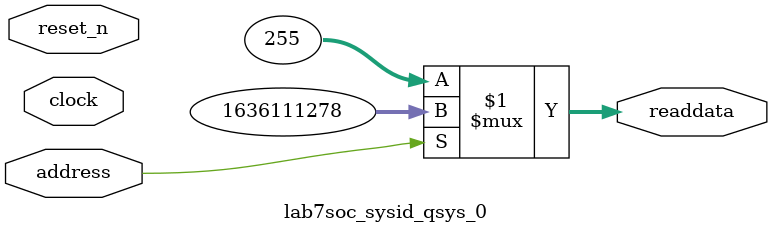
<source format=v>



// synthesis translate_off
`timescale 1ns / 1ps
// synthesis translate_on

// turn off superfluous verilog processor warnings 
// altera message_level Level1 
// altera message_off 10034 10035 10036 10037 10230 10240 10030 

module lab7soc_sysid_qsys_0 (
               // inputs:
                address,
                clock,
                reset_n,

               // outputs:
                readdata
             )
;

  output  [ 31: 0] readdata;
  input            address;
  input            clock;
  input            reset_n;

  wire    [ 31: 0] readdata;
  //control_slave, which is an e_avalon_slave
  assign readdata = address ? 1636111278 : 255;

endmodule



</source>
